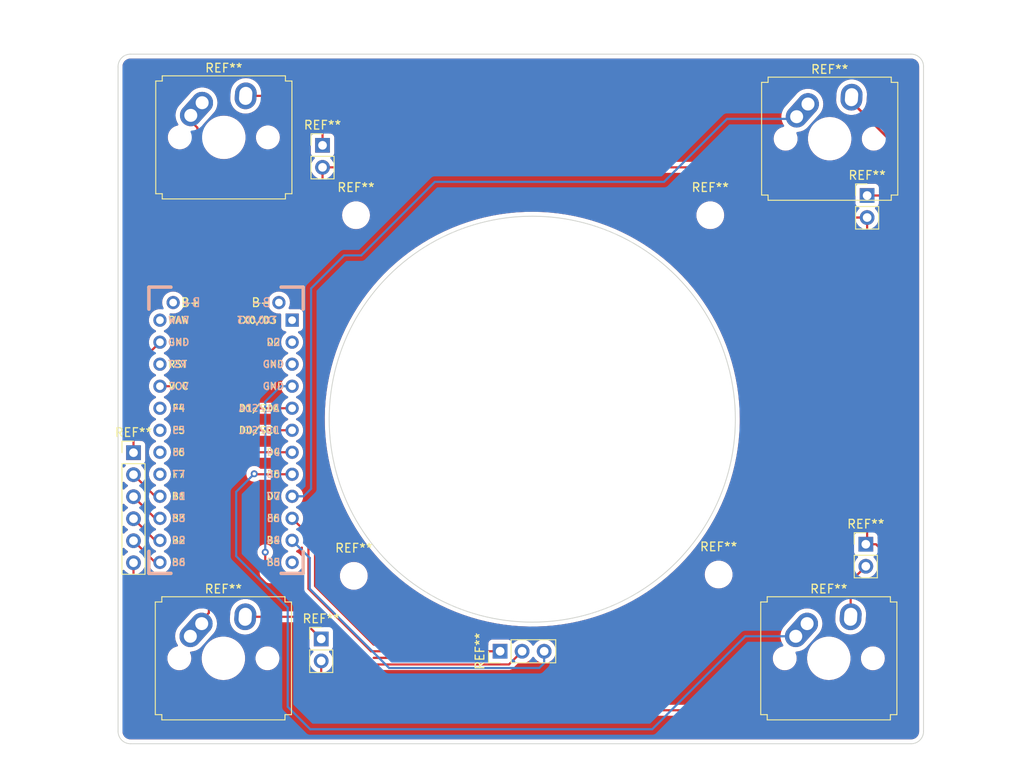
<source format=kicad_pcb>
(kicad_pcb (version 20211014) (generator pcbnew)
  (layers (0 "F.Cu" signal) (31 "B.Cu" signal) (34 "B.Paste" user) (35 "F.Paste" user) (36 "B.SilkS" user "B.Silkscreen") (37 "F.SilkS" user "F.Silkscreen") (38 "B.Mask" user) (39 "F.Mask" user) (44 "Edge.Cuts" user))
  (net 0 "")
  (footprint "Connector_PinHeader_2.54mm:PinHeader_1x06_P2.54mm_Vertical" (layer "F.Cu") (at 73.7616 96.4184)
    (fp_text reference "REF**" (at 0 -2.33) (layer "F.SilkS"))
    (fp_text value "PinHeader_1x06_P2.54mm_Vertical")
    (fp_line (start -1.33 1.27) (end -1.33 14.03) (layer "F.SilkS") (width 0.12))
    (fp_line (start 1.33 1.27) (end 1.33 14.03) (layer "F.SilkS") (width 0.12))
    (fp_line (start -1.33 0) (end -1.33 -1.33) (layer "F.SilkS") (width 0.12))
    (fp_line (start -1.33 -1.33) (end 0 -1.33) (layer "F.SilkS") (width 0.12))
    (fp_line (start -1.33 14.03) (end 1.33 14.03) (layer "F.SilkS") (width 0.12))
    (fp_line (start -1.33 1.27) (end 1.33 1.27) (layer "F.SilkS") (width 0.12))
    (pad "1" thru_hole rect (at 0 0) (size 1.7 1.7) (drill 1) (layers *.Cu *.Mask))
    (pad "2" thru_hole oval (at 0 2.54) (size 1.7 1.7) (drill 1) (layers *.Cu *.Mask))
    (pad "3" thru_hole oval (at 0 5.08) (size 1.7 1.7) (drill 1) (layers *.Cu *.Mask))
    (pad "4" thru_hole oval (at 0 7.62) (size 1.7 1.7) (drill 1) (layers *.Cu *.Mask))
    (pad "5" thru_hole oval (at 0 10.16) (size 1.7 1.7) (drill 1) (layers *.Cu *.Mask))
    (pad "6" thru_hole oval (at 0 12.7) (size 1.7 1.7) (drill 1) (layers *.Cu *.Mask))
  )
  (footprint "MountingHole:MountingHole_2.2mm_M2" (layer "F.Cu") (at 99.4156 69.024127)
    (fp_text reference "REF**" (at 0 -3.2) (layer "F.SilkS"))
    (fp_text value "MountingHole_2.2mm_M2")
    (pad "" np_thru_hole circle (at 0 0) (size 2.2 2.2) (drill 2.2) (layers *.Cu *.Mask))
  )
  (footprint "MountingHole:MountingHole_2.2mm_M2" (layer "F.Cu") (at 141.224 110.476927)
    (fp_text reference "REF**" (at 0 -3.2) (layer "F.SilkS"))
    (fp_text value "MountingHole_2.2mm_M2")
    (pad "" np_thru_hole circle (at 0 0) (size 2.2 2.2) (drill 2.2) (layers *.Cu *.Mask))
  )
  (footprint "switches:SW_Hybrid_Cherry_MX_Alps_1.00u" (layer "F.Cu") (at 84.1756 60.0456)
    (fp_text reference "REF**" (at 0 -8) (layer "F.SilkS"))
    (fp_text value "SW_Hybrid_Cherry_MX_Alps_1.00u")
    (fp_line (start -7.1 -7.1) (end 7.1 -7.1) (layer "F.SilkS") (width 0.12))
    (fp_line (start 7.85 -6.5) (end 7.85 6.5) (layer "F.SilkS") (width 0.12))
    (fp_line (start 7.1 -7.1) (end 7.1 -6.5) (layer "F.SilkS") (width 0.12))
    (fp_line (start -7.85 6.5) (end -7.85 -6.5) (layer "F.SilkS") (width 0.12))
    (fp_line (start -7.1 6.5) (end -7.85 6.5) (layer "F.SilkS") (width 0.12))
    (fp_line (start 7.1 6.5) (end 7.1 7.1) (layer "F.SilkS") (width 0.12))
    (fp_line (start -7.1 7.1) (end -7.1 6.5) (layer "F.SilkS") (width 0.12))
    (fp_line (start 7.1 7.1) (end -7.1 7.1) (layer "F.SilkS") (width 0.12))
    (fp_line (start -7.85 -6.5) (end -7.1 -6.5) (layer "F.SilkS") (width 0.12))
    (fp_line (start 7.1 -6.5) (end 7.85 -6.5) (layer "F.SilkS") (width 0.12))
    (fp_line (start -7.1 -6.5) (end -7.1 -7.1) (layer "F.SilkS") (width 0.12))
    (fp_line (start 7.85 6.5) (end 7.1 6.5) (layer "F.SilkS") (width 0.12))
    (pad "" np_thru_hole circle (at -5.08 0) (size 1.75 1.75) (drill 1.75) (layers *.Cu *.Mask))
    (pad "" np_thru_hole circle (at 5.08 0) (size 1.75 1.75) (drill 1.75) (layers *.Cu *.Mask))
    (pad "" np_thru_hole circle (at 0 0) (size 4 4) (drill 4) (layers *.Cu *.Mask))
    (pad "1" thru_hole oval (at -3.81 -2.54 48) (size 4.46156 2.5) (drill 1.5 (offset 0.980778 0)) (layers *.Cu "B.Mask"))
    (pad "1" thru_hole circle (at -2.5 -4) (size 2.5 2.5) (drill 1.5) (layers *.Cu "B.Mask"))
    (pad "2" thru_hole oval (at 2.52 -4.79 86) (size 3.081378 2.5) (drill oval 2.08137 1.5) (layers *.Cu "B.Mask"))
  )
  (footprint "Connector_PinHeader_2.54mm:PinHeader_1x02_P2.54mm_Vertical" (layer "F.Cu") (at 95.5548 60.96)
    (fp_text reference "REF**" (at 0 -2.33) (layer "F.SilkS"))
    (fp_text value "PinHeader_1x02_P2.54mm_Vertical")
    (fp_line (start -1.33 0) (end -1.33 -1.33) (layer "F.SilkS") (width 0.12))
    (fp_line (start -1.33 1.27) (end -1.33 3.87) (layer "F.SilkS") (width 0.12))
    (fp_line (start -1.33 -1.33) (end 0 -1.33) (layer "F.SilkS") (width 0.12))
    (fp_line (start -1.33 3.87) (end 1.33 3.87) (layer "F.SilkS") (width 0.12))
    (fp_line (start -1.33 1.27) (end 1.33 1.27) (layer "F.SilkS") (width 0.12))
    (fp_line (start 1.33 1.27) (end 1.33 3.87) (layer "F.SilkS") (width 0.12))
    (pad "1" thru_hole rect (at 0 0) (size 1.7 1.7) (drill 1) (layers *.Cu *.Mask))
    (pad "2" thru_hole oval (at 0 2.54) (size 1.7 1.7) (drill 1) (layers *.Cu *.Mask))
  )
  (footprint "Connector_PinHeader_2.54mm:PinHeader_1x03_P2.54mm_Vertical" (layer "F.Cu") (at 116.0272 119.3292 90)
    (fp_text reference "REF**" (at 0 -2.33 90) (layer "F.SilkS"))
    (fp_text value "PinHeader_1x03_P2.54mm_Vertical")
    (fp_line (start -1.33 1.27) (end -1.33 6.41) (layer "F.SilkS") (width 0.12))
    (fp_line (start -1.33 -1.33) (end 0 -1.33) (layer "F.SilkS") (width 0.12))
    (fp_line (start -1.33 6.41) (end 1.33 6.41) (layer "F.SilkS") (width 0.12))
    (fp_line (start 1.33 1.27) (end 1.33 6.41) (layer "F.SilkS") (width 0.12))
    (fp_line (start -1.33 1.27) (end 1.33 1.27) (layer "F.SilkS") (width 0.12))
    (fp_line (start -1.33 0) (end -1.33 -1.33) (layer "F.SilkS") (width 0.12))
    (pad "1" thru_hole rect (at 0 0 90) (size 1.7 1.7) (drill 1) (layers *.Cu *.Mask))
    (pad "2" thru_hole oval (at 0 2.54 90) (size 1.7 1.7) (drill 1) (layers *.Cu *.Mask))
    (pad "3" thru_hole oval (at 0 5.08 90) (size 1.7 1.7) (drill 1) (layers *.Cu *.Mask))
  )
  (footprint "MountingHole:MountingHole_2.2mm_M2" (layer "F.Cu") (at 99.1616 110.629327)
    (fp_text reference "REF**" (at 0 -3.2) (layer "F.SilkS"))
    (fp_text value "MountingHole_2.2mm_M2")
    (pad "" np_thru_hole circle (at 0 0) (size 2.2 2.2) (drill 2.2) (layers *.Cu *.Mask))
  )
  (footprint "Connector_PinHeader_2.54mm:PinHeader_1x02_P2.54mm_Vertical" (layer "F.Cu") (at 158.3436 66.7512)
    (fp_text reference "REF**" (at 0 -2.33) (layer "F.SilkS"))
    (fp_text value "PinHeader_1x02_P2.54mm_Vertical")
    (fp_line (start 1.33 1.27) (end 1.33 3.87) (layer "F.SilkS") (width 0.12))
    (fp_line (start -1.33 1.27) (end -1.33 3.87) (layer "F.SilkS") (width 0.12))
    (fp_line (start -1.33 0) (end -1.33 -1.33) (layer "F.SilkS") (width 0.12))
    (fp_line (start -1.33 -1.33) (end 0 -1.33) (layer "F.SilkS") (width 0.12))
    (fp_line (start -1.33 1.27) (end 1.33 1.27) (layer "F.SilkS") (width 0.12))
    (fp_line (start -1.33 3.87) (end 1.33 3.87) (layer "F.SilkS") (width 0.12))
    (pad "1" thru_hole rect (at 0 0) (size 1.7 1.7) (drill 1) (layers *.Cu *.Mask))
    (pad "2" thru_hole oval (at 0 2.54) (size 1.7 1.7) (drill 1) (layers *.Cu *.Mask))
  )
  (footprint "switches:SW_Hybrid_Cherry_MX_Alps_1.00u" (layer "F.Cu") (at 84.1248 120.142)
    (fp_text reference "REF**" (at 0 -8) (layer "F.SilkS"))
    (fp_text value "SW_Hybrid_Cherry_MX_Alps_1.00u")
    (fp_line (start -7.1 -6.5) (end -7.1 -7.1) (layer "F.SilkS") (width 0.12))
    (fp_line (start 7.1 6.5) (end 7.1 7.1) (layer "F.SilkS") (width 0.12))
    (fp_line (start 7.85 -6.5) (end 7.85 6.5) (layer "F.SilkS") (width 0.12))
    (fp_line (start -7.1 6.5) (end -7.85 6.5) (layer "F.SilkS") (width 0.12))
    (fp_line (start -7.85 -6.5) (end -7.1 -6.5) (layer "F.SilkS") (width 0.12))
    (fp_line (start -7.1 7.1) (end -7.1 6.5) (layer "F.SilkS") (width 0.12))
    (fp_line (start 7.1 -6.5) (end 7.85 -6.5) (layer "F.SilkS") (width 0.12))
    (fp_line (start 7.1 7.1) (end -7.1 7.1) (layer "F.SilkS") (width 0.12))
    (fp_line (start -7.85 6.5) (end -7.85 -6.5) (layer "F.SilkS") (width 0.12))
    (fp_line (start 7.85 6.5) (end 7.1 6.5) (layer "F.SilkS") (width 0.12))
    (fp_line (start 7.1 -7.1) (end 7.1 -6.5) (layer "F.SilkS") (width 0.12))
    (fp_line (start -7.1 -7.1) (end 7.1 -7.1) (layer "F.SilkS") (width 0.12))
    (pad "" np_thru_hole circle (at 5.08 0) (size 1.75 1.75) (drill 1.75) (layers *.Cu *.Mask))
    (pad "" np_thru_hole circle (at 0 0) (size 4 4) (drill 4) (layers *.Cu *.Mask))
    (pad "" np_thru_hole circle (at -5.08 0) (size 1.75 1.75) (drill 1.75) (layers *.Cu *.Mask))
    (pad "1" thru_hole oval (at -3.81 -2.54 48) (size 4.46156 2.5) (drill 1.5 (offset 0.980778 0)) (layers *.Cu "B.Mask"))
    (pad "1" thru_hole circle (at -2.5 -4) (size 2.5 2.5) (drill 1.5) (layers *.Cu "B.Mask"))
    (pad "2" thru_hole oval (at 2.52 -4.79 86) (size 3.081378 2.5) (drill oval 2.08137 1.5) (layers *.Cu "B.Mask"))
  )
  (footprint "MountingHole:MountingHole_2.2mm_M2" (layer "F.Cu") (at 140.2588 69.024127)
    (fp_text reference "REF**" (at 0 -3.2) (layer "F.SilkS"))
    (fp_text value "MountingHole_2.2mm_M2")
    (pad "" np_thru_hole circle (at 0 0) (size 2.2 2.2) (drill 2.2) (layers *.Cu *.Mask))
  )
  (footprint "Connector_PinHeader_2.54mm:PinHeader_1x02_P2.54mm_Vertical" (layer "F.Cu") (at 95.4024 117.9068)
    (fp_text reference "REF**" (at 0 -2.33) (layer "F.SilkS"))
    (fp_text value "PinHeader_1x02_P2.54mm_Vertical")
    (fp_line (start -1.33 0) (end -1.33 -1.33) (layer "F.SilkS") (width 0.12))
    (fp_line (start 1.33 1.27) (end 1.33 3.87) (layer "F.SilkS") (width 0.12))
    (fp_line (start -1.33 -1.33) (end 0 -1.33) (layer "F.SilkS") (width 0.12))
    (fp_line (start -1.33 3.87) (end 1.33 3.87) (layer "F.SilkS") (width 0.12))
    (fp_line (start -1.33 1.27) (end -1.33 3.87) (layer "F.SilkS") (width 0.12))
    (fp_line (start -1.33 1.27) (end 1.33 1.27) (layer "F.SilkS") (width 0.12))
    (pad "1" thru_hole rect (at 0 0) (size 1.7 1.7) (drill 1) (layers *.Cu *.Mask))
    (pad "2" thru_hole oval (at 0 2.54) (size 1.7 1.7) (drill 1) (layers *.Cu *.Mask))
  )
  (footprint "switches:SW_Hybrid_Cherry_MX_Alps_1.00u" (layer "F.Cu") (at 154.0256 60.198)
    (fp_text reference "REF**" (at 0 -8) (layer "F.SilkS"))
    (fp_text value "SW_Hybrid_Cherry_MX_Alps_1.00u")
    (fp_line (start -7.1 6.5) (end -7.85 6.5) (layer "F.SilkS") (width 0.12))
    (fp_line (start 7.1 -6.5) (end 7.85 -6.5) (layer "F.SilkS") (width 0.12))
    (fp_line (start -7.1 7.1) (end -7.1 6.5) (layer "F.SilkS") (width 0.12))
    (fp_line (start -7.85 -6.5) (end -7.1 -6.5) (layer "F.SilkS") (width 0.12))
    (fp_line (start 7.1 -7.1) (end 7.1 -6.5) (layer "F.SilkS") (width 0.12))
    (fp_line (start 7.85 -6.5) (end 7.85 6.5) (layer "F.SilkS") (width 0.12))
    (fp_line (start -7.85 6.5) (end -7.85 -6.5) (layer "F.SilkS") (width 0.12))
    (fp_line (start 7.1 6.5) (end 7.1 7.1) (layer "F.SilkS") (width 0.12))
    (fp_line (start -7.1 -7.1) (end 7.1 -7.1) (layer "F.SilkS") (width 0.12))
    (fp_line (start -7.1 -6.5) (end -7.1 -7.1) (layer "F.SilkS") (width 0.12))
    (fp_line (start 7.85 6.5) (end 7.1 6.5) (layer "F.SilkS") (width 0.12))
    (fp_line (start 7.1 7.1) (end -7.1 7.1) (layer "F.SilkS") (width 0.12))
    (pad "" np_thru_hole circle (at 5.08 0) (size 1.75 1.75) (drill 1.75) (layers *.Cu *.Mask))
    (pad "" np_thru_hole circle (at 0 0) (size 4 4) (drill 4) (layers *.Cu *.Mask))
    (pad "" np_thru_hole circle (at -5.08 0) (size 1.75 1.75) (drill 1.75) (layers *.Cu *.Mask))
    (pad "1" thru_hole circle (at -2.5 -4) (size 2.5 2.5) (drill 1.5) (layers *.Cu "B.Mask"))
    (pad "1" thru_hole oval (at -3.81 -2.54 48) (size 4.46156 2.5) (drill 1.5 (offset 0.980778 0)) (layers *.Cu "B.Mask"))
    (pad "2" thru_hole oval (at 2.52 -4.79 86) (size 3.081378 2.5) (drill oval 2.08137 1.5) (layers *.Cu "B.Mask"))
  )
  (footprint "switches:SW_Hybrid_Cherry_MX_Alps_1.00u" (layer "F.Cu") (at 153.924 120.142)
    (fp_text reference "REF**" (at 0 -8) (layer "F.SilkS"))
    (fp_text value "SW_Hybrid_Cherry_MX_Alps_1.00u")
    (fp_line (start 7.85 6.5) (end 7.1 6.5) (layer "F.SilkS") (width 0.12))
    (fp_line (start 7.1 -7.1) (end 7.1 -6.5) (layer "F.SilkS") (width 0.12))
    (fp_line (start 7.1 6.5) (end 7.1 7.1) (layer "F.SilkS") (width 0.12))
    (fp_line (start -7.1 7.1) (end -7.1 6.5) (layer "F.SilkS") (width 0.12))
    (fp_line (start 7.1 7.1) (end -7.1 7.1) (layer "F.SilkS") (width 0.12))
    (fp_line (start -7.85 6.5) (end -7.85 -6.5) (layer "F.SilkS") (width 0.12))
    (fp_line (start 7.1 -6.5) (end 7.85 -6.5) (layer "F.SilkS") (width 0.12))
    (fp_line (start -7.1 -6.5) (end -7.1 -7.1) (layer "F.SilkS") (width 0.12))
    (fp_line (start 7.85 -6.5) (end 7.85 6.5) (layer "F.SilkS") (width 0.12))
    (fp_line (start -7.1 6.5) (end -7.85 6.5) (layer "F.SilkS") (width 0.12))
    (fp_line (start -7.85 -6.5) (end -7.1 -6.5) (layer "F.SilkS") (width 0.12))
    (fp_line (start -7.1 -7.1) (end 7.1 -7.1) (layer "F.SilkS") (width 0.12))
    (pad "" np_thru_hole circle (at 5.08 0) (size 1.75 1.75) (drill 1.75) (layers *.Cu *.Mask))
    (pad "" np_thru_hole circle (at 0 0) (size 4 4) (drill 4) (layers *.Cu *.Mask))
    (pad "" np_thru_hole circle (at -5.08 0) (size 1.75 1.75) (drill 1.75) (layers *.Cu *.Mask))
    (pad "1" thru_hole circle (at -2.5 -4) (size 2.5 2.5) (drill 1.5) (layers *.Cu "B.Mask"))
    (pad "1" thru_hole oval (at -3.81 -2.54 48) (size 4.46156 2.5) (drill 1.5 (offset 0.980778 0)) (layers *.Cu "B.Mask"))
    (pad "2" thru_hole oval (at 2.52 -4.79 86) (size 3.081378 2.5) (drill oval 2.08137 1.5) (layers *.Cu "B.Mask"))
  )
  (footprint "Connector_PinHeader_2.54mm:PinHeader_1x02_P2.54mm_Vertical" (layer "F.Cu") (at 158.1912 106.9848)
    (fp_text reference "REF**" (at 0 -2.33) (layer "F.SilkS"))
    (fp_text value "PinHeader_1x02_P2.54mm_Vertical")
    (fp_line (start -1.33 1.27) (end 1.33 1.27) (layer "F.SilkS") (width 0.12))
    (fp_line (start -1.33 1.27) (end -1.33 3.87) (layer "F.SilkS") (width 0.12))
    (fp_line (start -1.33 -1.33) (end 0 -1.33) (layer "F.SilkS") (width 0.12))
    (fp_line (start -1.33 0) (end -1.33 -1.33) (layer "F.SilkS") (width 0.12))
    (fp_line (start 1.33 1.27) (end 1.33 3.87) (layer "F.SilkS") (width 0.12))
    (fp_line (start -1.33 3.87) (end 1.33 3.87) (layer "F.SilkS") (width 0.12))
    (pad "1" thru_hole rect (at 0 0) (size 1.7 1.7) (drill 1) (layers *.Cu *.Mask))
    (pad "2" thru_hole oval (at 0 2.54) (size 1.7 1.7) (drill 1) (layers *.Cu *.Mask))
  )
  (footprint "keyboards:ProMicroNiced" (layer "B.Cu") (at 92.0496 81.13315 -90)
    (fp_text reference "U1" hide)
    (fp_text value "ProMicro" hide)
    (fp_text user "D7" (at 20.32 2.159) (layer "B.SilkS") (effects (font (size 0.8 0.8)) (justify mirror)))
    (fp_text user "D1/SDA" (at 10.16 3.81) (layer "B.SilkS") (effects (font (size 0.8 0.8)) (justify mirror)))
    (fp_text user "F7" (at 17.78 13.081) (layer "B.SilkS") (effects (font (size 0.8 0.8)) (justify mirror)))
    (fp_text user "F4" (at 10.16 13.081) (layer "B.SilkS") (effects (font (size 0.8 0.8)) (justify mirror)))
    (fp_text user "GND" (at 5.08 2.159) (layer "B.SilkS") (effects (font (size 0.8 0.8)) (justify mirror)))
    (fp_text user "VCC" (at 7.62 13.081) (layer "B.SilkS") (effects (font (size 0.8 0.8)) (justify mirror)))
    (fp_text user "D0/SCL" (at 12.7 3.81) (layer "B.SilkS") (effects (font (size 0.8 0.8)) (justify mirror)))
    (fp_text user "TX0/D3" (at 0.000001 4.048128) (layer "B.SilkS") (effects (font (size 0.8 0.8)) (justify mirror)))
    (fp_text user "B5" (at 27.94 2.159) (layer "B.SilkS") (effects (font (size 0.8 0.8)) (justify mirror)))
    (fp_text user "D2" (at 2.54 2.159) (layer "B.SilkS") (effects (font (size 0.8 0.8)) (justify mirror)))
    (fp_text user "B1" (at 20.32 13.081) (layer "B.SilkS") (effects (font (size 0.8 0.8)) (justify mirror)))
    (fp_text user "B+" (at -2.032 11.684) (layer "B.SilkS") (effects (justify mirror)))
    (fp_text user "B2" (at 25.4 13.081) (layer "B.SilkS") (effects (font (size 0.8 0.8)) (justify mirror)))
    (fp_text user "E6" (at 22.86 2.159) (layer "B.SilkS") (effects (font (size 0.8 0.8)) (justify mirror)))
    (fp_text user "B6" (at 27.94 13.081) (layer "B.SilkS") (effects (font (size 0.8 0.8)) (justify mirror)))
    (fp_text user "GND" (at 2.54 13.081) (layer "B.SilkS") (effects (font (size 0.8 0.8)) (justify mirror)))
    (fp_text user "RAW" (at 0 13.081) (layer "B.SilkS") (effects (font (size 0.8 0.8)) (justify mirror)))
    (fp_text user "B-" (at -2.032 3.556) (layer "B.SilkS") (effects (justify mirror)))
    (fp_text user "RST" (at 5.08 13.208) (layer "B.SilkS") (effects (font (size 0.8 0.8)) (justify mirror)))
    (fp_text user "C6" (at 17.78 2.159) (layer "B.SilkS") (effects (font (size 0.8 0.8)) (justify mirror)))
    (fp_text user "B3" (at 22.86 13.081) (layer "B.SilkS") (effects (font (size 0.8 0.8)) (justify mirror)))
    (fp_text user "F5" (at 12.7 13.081) (layer "B.SilkS") (effects (font (size 0.8 0.8)) (justify mirror)))
    (fp_text user "F6" (at 15.24 13.081) (layer "B.SilkS") (effects (font (size 0.8 0.8)) (justify mirror)))
    (fp_text user "B4" (at 25.400001 2.159) (layer "B.SilkS") (effects (font (size 0.8 0.8)) (justify mirror)))
    (fp_text user "GND" (at 7.62 2.159) (layer "B.SilkS") (effects (font (size 0.8 0.8)) (justify mirror)))
    (fp_text user "D4" (at 15.24 2.159) (layer "B.SilkS") (effects (font (size 0.8 0.8)) (justify mirror)))
    (fp_text user "F5" (at 12.7 13.081) (layer "F.SilkS") (effects (font (size 0.8 0.8))))
    (fp_text user "B2" (at 25.4 13.081) (layer "F.SilkS") (effects (font (size 0.8 0.8))))
    (fp_text user "B3" (at 22.86 13.081) (layer "F.SilkS") (effects (font (size 0.8 0.8))))
    (fp_text user "D0/SCL" (at 12.7 3.81) (layer "F.SilkS") (effects (font (size 0.8 0.8))))
    (fp_text user "D1/SDA" (at 10.16 3.81) (layer "F.SilkS") (effects (font (size 0.8 0.8))))
    (fp_text user "B5" (at 27.94 2.159) (layer "F.SilkS") (effects (font (size 0.8 0.8))))
    (fp_text user "B4" (at 25.400001 2.159) (layer "F.SilkS") (effects (font (size 0.8 0.8))))
    (fp_text user "C6" (at 17.78 2.159) (layer "F.SilkS") (effects (font (size 0.8 0.8))))
    (fp_text user "RAW" (at 0 13.081) (layer "F.SilkS") (effects (font (size 0.8 0.8))))
    (fp_text user "RST" (at 5.08 13.208) (layer "F.SilkS") (effects (font (size 0.8 0.8))))
    (fp_text user "GND" (at 2.539999 13.081) (layer "F.SilkS") (effects (font (size 0.8 0.8))))
    (fp_text user "D2" (at 2.54 2.159) (layer "F.SilkS") (effects (font (size 0.8 0.8))))
    (fp_text user "GND" (at 5.08 2.159) (layer "F.SilkS") (effects (font (size 0.8 0.8))))
    (fp_text user "F4" (at 10.16 13.081) (layer "F.SilkS") (effects (font (size 0.8 0.8))))
    (fp_text user "B1" (at 20.32 13.081) (layer "F.SilkS") (effects (font (size 0.8 0.8))))
    (fp_text user "B+" (at -2.032 11.684) (layer "F.SilkS"))
    (fp_text user "GND" (at 7.62 2.159) (layer "F.SilkS") (effects (font (size 0.8 0.8))))
    (fp_text user "B6" (at 27.94 13.081) (layer "F.SilkS") (effects (font (size 0.8 0.8))))
    (fp_text user "F6" (at 15.24 13.081) (layer "F.SilkS") (effects (font (size 0.8 0.8))))
    (fp_text user "D7" (at 20.32 2.159) (layer "F.SilkS") (effects (font (size 0.8 0.8))))
    (fp_text user "TX0/D3" (at 0.000001 4.048128) (layer "F.SilkS") (effects (font (size 0.8 0.8))))
    (fp_text user "B-" (at -2.032 3.556) (layer "F.SilkS"))
    (fp_text user "E6" (at 22.86 2.159) (layer "F.SilkS") (effects (font (size 0.8 0.8))))
    (fp_text user "VCC" (at 7.62 13.081) (layer "F.SilkS") (effects (font (size 0.8 0.8))))
    (fp_text user "D4" (at 15.24 2.159) (layer "F.SilkS") (effects (font (size 0.8 0.8))))
    (fp_text user "F7" (at 17.78 13.081) (layer "F.SilkS") (effects (font (size 0.8 0.8))))
    (fp_line (start -3.81 1.27) (end -3.81 -1.27) (layer "B.SilkS") (width 0.381))
    (fp_line (start 29.21 1.27) (end 29.21 -1.27) (layer "B.SilkS") (width 0.381))
    (fp_line (start -3.81 16.51) (end -3.81 13.97) (layer "B.SilkS") (width 0.381))
    (fp_line (start 29.21 -1.27) (end 26.67 -1.27) (layer "B.SilkS") (width 0.381))
    (fp_line (start 29.21 16.51) (end 26.67 16.51) (layer "B.SilkS") (width 0.381))
    (fp_line (start -3.81 -1.27) (end -1.27 -1.27) (layer "B.SilkS") (width 0.381))
    (fp_line (start 29.21 16.51) (end 29.21 13.97) (layer "B.SilkS") (width 0.381))
    (fp_line (start -1.27 16.51) (end -3.81 16.51) (layer "B.SilkS") (width 0.381))
    (fp_line (start 29.21 16.51) (end 26.67 16.51) (layer "F.SilkS") (width 0.381))
    (fp_line (start -1.27 16.51) (end -3.81 16.51) (layer "F.SilkS") (width 0.381))
    (fp_line (start -3.81 16.51) (end -3.81 13.97) (layer "F.SilkS") (width 0.381))
    (fp_line (start 29.21 16.51) (end 29.21 13.97) (layer "F.SilkS") (width 0.381))
    (fp_line (start -1.27 -1.27) (end -3.81 -1.27) (layer "F.SilkS") (width 0.381))
    (fp_line (start -3.81 1.27) (end -3.81 -1.27) (layer "F.SilkS") (width 0.381))
    (fp_line (start 29.21 1.27) (end 29.21 -1.27) (layer "F.SilkS") (width 0.381))
    (fp_line (start 29.21 -1.27) (end 26.67 -1.27) (layer "F.SilkS") (width 0.381))
    (pad "0" thru_hole circle (at -2.032 1.524 270) (size 1.524 1.524) (drill 0.889) (layers *.Cu *.Mask))
    (pad "1" thru_hole rect (at 0 0 270) (size 1.524 1.524) (drill 0.889) (layers *.Cu *.Mask))
    (pad "2" thru_hole circle (at 2.54 0 270) (size 1.524 1.524) (drill 0.889) (layers *.Cu *.Mask))
    (pad "3" thru_hole circle (at 5.08 0 270) (size 1.524 1.524) (drill 0.889) (layers *.Cu *.Mask))
    (pad "4" thru_hole circle (at 7.62 0 270) (size 1.524 1.524) (drill 0.889) (layers *.Cu *.Mask))
    (pad "5" thru_hole circle (at 10.16 0 270) (size 1.524 1.524) (drill 0.889) (layers *.Cu *.Mask))
    (pad "6" thru_hole circle (at 12.7 0 270) (size 1.524 1.524) (drill 0.889) (layers *.Cu *.Mask))
    (pad "7" thru_hole circle (at 15.24 0 270) (size 1.524 1.524) (drill 0.889) (layers *.Cu *.Mask))
    (pad "8" thru_hole circle (at 17.78 0 270) (size 1.524 1.524) (drill 0.889) (layers *.Cu *.Mask))
    (pad "9" thru_hole circle (at 20.32 0 270) (size 1.524 1.524) (drill 0.889) (layers *.Cu *.Mask))
    (pad "10" thru_hole circle (at 22.86 0 270) (size 1.524 1.524) (drill 0.889) (layers *.Cu *.Mask))
    (pad "11" thru_hole circle (at 25.4 0 270) (size 1.524 1.524) (drill 0.889) (layers *.Cu *.Mask))
    (pad "12" thru_hole circle (at 27.94 0 270) (size 1.524 1.524) (drill 0.889) (layers *.Cu *.Mask))
    (pad "13" thru_hole circle (at 27.94 15.24 270) (size 1.524 1.524) (drill 0.889) (layers *.Cu *.Mask))
    (pad "14" thru_hole circle (at 25.4 15.24 270) (size 1.524 1.524) (drill 0.889) (layers *.Cu *.Mask))
    (pad "15" thru_hole circle (at 22.86 15.24 270) (size 1.524 1.524) (drill 0.889) (layers *.Cu *.Mask))
    (pad "16" thru_hole circle (at 20.32 15.24 270) (size 1.524 1.524) (drill 0.889) (layers *.Cu *.Mask))
    (pad "17" thru_hole circle (at 17.78 15.24 270) (size 1.524 1.524) (drill 0.889) (layers *.Cu *.Mask))
    (pad "18" thru_hole circle (at 15.24 15.24 270) (size 1.524 1.524) (drill 0.889) (layers *.Cu *.Mask))
    (pad "19" thru_hole circle (at 12.7 15.24 270) (size 1.524 1.524) (drill 0.889) (layers *.Cu *.Mask))
    (pad "20" thru_hole circle (at 10.16 15.24 270) (size 1.524 1.524) (drill 0.889) (layers *.Cu *.Mask))
    (pad "21" thru_hole circle (at 7.62 15.24 270) (size 1.524 1.524) (drill 0.889) (layers *.Cu *.Mask))
    (pad "22" thru_hole circle (at 5.08 15.24 270) (size 1.524 1.524) (drill 0.889) (layers *.Cu *.Mask))
    (pad "23" thru_hole circle (at 2.54 15.24 270) (size 1.524 1.524) (drill 0.889) (layers *.Cu *.Mask))
    (pad "24" thru_hole circle (at 0 15.24 270) (size 1.524 1.524) (drill 0.889) (layers *.Cu *.Mask))
    (pad "25" thru_hole circle (at -2.032 13.716 270) (size 1.524 1.524) (drill 0.889) (layers *.Cu *.Mask))
  )
  (gr_line (start 71.9836 128.54909) (end 71.9836 51.89251) (layer "Edge.Cuts") (width 0.1))
  (gr_arc (start 71.9836 51.89251) (mid 72.400429 50.861229) (end 73.43171 50.4444) (layer "Edge.Cuts") (width 0.1))
  (gr_arc (start 73.43171 129.9972) (mid 72.400429 129.580371) (end 71.9836 128.54909) (layer "Edge.Cuts") (width 0.1))
  (gr_line (start 163.39789 129.9972) (end 73.43171 129.9972) (layer "Edge.Cuts") (width 0.1))
  (gr_arc (start 164.846 128.54909) (mid 164.42917 129.58037) (end 163.39789 129.9972) (layer "Edge.Cuts") (width 0.1))
  (gr_circle (center 119.7356 92.55417) (end 136.0932 109.308527) (layer "Edge.Cuts") (width 0.1) (fill none))
  (gr_arc (start 163.39789 50.4444) (mid 164.42917 50.86123) (end 164.846 51.89251) (layer "Edge.Cuts") (width 0.1))
  (gr_line (start 73.43171 50.4444) (end 163.39789 50.4444) (layer "Edge.Cuts") (width 0.1))
  (gr_line (start 164.846 51.89251) (end 164.846 128.54909) (layer "Edge.Cuts") (width 0.1))
  (segment (start 78.33915 88.75315) (end 76.8096 88.75315) (width 0.25) (layer "F.Cu") (net 0))
  (segment (start 148.2344 63.5) (end 154.0256 69.2912) (width 0.25) (layer "F.Cu") (net 0))
  (segment (start 156.5456 55.9616) (end 161.4424 60.8584) (width 0.25) (layer "F.Cu") (net 0))
  (segment (start 81.1276 58.928) (end 80.3656 58.166) (width 0.25) (layer "F.Cu") (net 0))
  (segment (start 82.4484 114.9096) (end 82.4484 112.3912) (width 0.25) (layer "F.Cu") (net 0))
  (segment (start 161.4424 65.0748) (end 159.766 66.7512) (width 0.25) (layer "F.Cu") (net 0))
  (segment (start 81.1276 63.0428) (end 81.1276 66.4464) (width 0.25) (layer "F.Cu") (net 0))
  (segment (start 93.9292 105.87275) (end 93.9292 112.1156) (width 0.25) (layer "F.Cu") (net 0))
  (segment (start 158.3436 69.2912) (end 158.3436 106.8324) (width 0.25) (layer "F.Cu") (net 0))
  (segment (start 159.766 66.7512) (end 158.3436 66.7512) (width 0.25) (layer "F.Cu") (net 0))
  (segment (start 87.73715 98.91315) (end 92.0496 98.91315) (width 0.25) (layer "F.Cu") (net 0))
  (segment (start 95.5548 63.5) (end 95.5548 68.7324) (width 0.25) (layer "F.Cu") (net 0))
  (segment (start 73.7616 111.252) (end 74.7776 112.268) (width 0.25) (layer "F.Cu") (net 0))
  (segment (start 161.4424 60.8584) (end 161.4424 65.0748) (width 0.25) (layer "F.Cu") (net 0))
  (segment (start 73.7616 98.9584) (end 76.25635 101.45315) (width 0.25) (layer "F.Cu") (net 0))
  (segment (start 92.8476 115.352) (end 95.4024 117.9068) (width 0.25) (layer "F.Cu") (net 0))
  (segment (start 87.01485 96.37315) (end 82.3868 101.0012) (width 0.25) (layer "F.Cu") (net 0))
  (segment (start 84.9884 79.2988) (end 84.9884 88.5444) (width 0.25) (layer "F.Cu") (net 0))
  (segment (start 156.444 111.272) (end 158.1912 109.5248) (width 0.25) (layer "F.Cu") (net 0))
  (segment (start 88.9508 107.8992) (end 88.9508 110.3376) (width 0.25) (layer "F.Cu") (net 0))
  (segment (start 73.7616 86.72115) (end 76.8096 83.67315) (width 0.25) (layer "F.Cu") (net 0))
  (segment (start 76.25635 103.99315) (end 76.8096 103.99315) (width 0.25) (layer "F.Cu") (net 0))
  (segment (start 95.5548 68.7324) (end 84.9884 79.2988) (width 0.25) (layer "F.Cu") (net 0))
  (segment (start 80.518 110.7948) (end 80.518 90.932) (width 0.25) (layer "F.Cu") (net 0))
  (segment (start 162.4584 117.856) (end 162.4584 110.0836) (width 0.25) (layer "F.Cu") (net 0))
  (segment (start 92.3544 110.8456) (end 89.4588 110.8456) (width 0.25) (layer "F.Cu") (net 0))
  (segment (start 74.7776 112.268) (end 79.0448 112.268) (width 0.25) (layer "F.Cu") (net 0))
  (segment (start 162.4584 119.7864) (end 162.4584 117.856) (width 0.25) (layer "F.Cu") (net 0))
  (segment (start 92.0496 96.37315) (end 87.01485 96.37315) (width 0.25) (layer "F.Cu") (net 0))
  (segment (start 156.2968 55.662) (end 161.4424 60.8076) (width 0.25) (layer "F.Cu") (net 0))
  (segment (start 82.3868 101.0012) (end 82.3868 112.3296) (width 0.25) (layer "F.Cu") (net 0))
  (segment (start 92.8624 112.5728) (end 92.8624 111.3536) (width 0.25) (layer "F.Cu") (net 0))
  (segment (start 95.5548 63.5) (end 148.2344 63.5) (width 0.25) (layer "F.Cu") (net 0))
  (segment (start 96.52 126.1364) (end 134.0104 126.1364) (width 0.25) (layer "F.Cu") (net 0))
  (segment (start 80.518 90.932) (end 78.33915 88.75315) (width 0.25) (layer "F.Cu") (net 0))
  (segment (start 92.0496 103.99315) (end 93.9292 105.87275) (width 0.25) (layer "F.Cu") (net 0))
  (segment (start 73.7616 109.1184) (end 73.7616 111.252) (width 0.25) (layer "F.Cu") (net 0))
  (segment (start 101.1428 119.3292) (end 116.0272 119.3292) (width 0.25) (layer "F.Cu") (net 0))
  (segment (start 76.25635 109.07315) (end 76.8096 109.07315) (width 0.25) (layer "F.Cu") (net 0))
  (segment (start 88.9508 110.3376) (end 89.4588 110.8456) (width 0.25) (layer "F.Cu") (net 0))
  (segment (start 117.0432 120.8532) (end 101.1428 120.8532) (width 0.25) (layer "F.Cu") (net 0))
  (segment (start 73.7616 96.4184) (end 73.7616 86.72115) (width 0.25) (layer "F.Cu") (net 0))
  (segment (start 159.3596 106.9848) (end 158.1912 106.9848) (width 0.25) (layer "F.Cu") (net 0))
  (segment (start 92.238 55.2556) (end 86.6956 55.2556) (width 0.25) (layer "F.Cu") (net 0))
  (segment (start 76.25635 106.53315) (end 76.8096 106.53315) (width 0.25) (layer "F.Cu") (net 0))
  (segment (start 134.0104 126.1364) (end 156.1084 126.1364) (width 0.25) (layer "F.Cu") (net 0))
  (segment (start 79.0448 112.268) (end 80.518 110.7948) (width 0.25) (layer "F.Cu") (net 0))
  (segment (start 101.1428 120.8532) (end 92.8624 112.5728) (width 0.25) (layer "F.Cu") (net 0))
  (segment (start 154.0256 69.2912) (end 158.3436 69.2912) (width 0.25) (layer "F.Cu") (net 0))
  (segment (start 158.3436 106.8324) (end 158.1912 106.9848) (width 0.25) (layer "F.Cu") (net 0))
  (segment (start 87.73715 91.29315) (end 92.0496 91.29315) (width 0.25) (layer "F.Cu") (net 0))
  (segment (start 87.6808 98.8568) (end 87.73715 98.91315) (width 0.25) (layer "F.Cu") (net 0))
  (segment (start 162.4584 110.0836) (end 159.3596 106.9848) (width 0.25) (layer "F.Cu") (net 0))
  (segment (start 88.09275 93.83315) (end 92.0496 93.83315) (width 0.25) (layer "F.Cu") (net 0))
  (segment (start 156.5456 55.408) (end 156.5456 55.9616) (width 0.25) (layer "F.Cu") (net 0))
  (segment (start 92.8624 111.3536) (end 92.3544 110.8456) (width 0.25) (layer "F.Cu") (net 0))
  (segment (start 93.9292 112.1156) (end 101.1428 119.3292) (width 0.25) (layer "F.Cu") (net 0))
  (segment (start 95.4024 125.0188) (end 96.52 126.1364) (width 0.25) (layer "F.Cu") (net 0))
  (segment (start 156.1084 126.1364) (end 162.4584 119.7864) (width 0.25) (layer "F.Cu") (net 0))
  (segment (start 81.1276 63.0428) (end 81.1276 58.928) (width 0.25) (layer "F.Cu") (net 0))
  (segment (start 162.4584 118.8212) (end 162.4584 117.856) (width 0.25) (layer "F.Cu") (net 0))
  (segment (start 81.1276 66.4464) (end 81.1276 86.868) (width 0.25) (layer "F.Cu") (net 0))
  (segment (start 95.5548 60.96) (end 95.5548 58.5724) (width 0.25) (layer "F.Cu") (net 0))
  (segment (start 156.444 115.352) (end 156.444 111.272) (width 0.25) (layer "F.Cu") (net 0))
  (segment (start 73.7616 106.5784) (end 76.25635 109.07315) (width 0.25) (layer "F.Cu") (net 0))
  (segment (start 95.4024 120.4468) (end 95.4024 125.0188) (width 0.25) (layer "F.Cu") (net 0))
  (segment (start 81.1276 86.868) (end 88.09275 93.83315) (width 0.25) (layer "F.Cu") (net 0))
  (segment (start 81.6248 116.142) (end 81.6248 115.7332) (width 0.25) (layer "F.Cu") (net 0))
  (segment (start 118.5672 119.3292) (end 117.0432 120.8532) (width 0.25) (layer "F.Cu") (net 0))
  (segment (start 84.9884 88.5444) (end 87.73715 91.29315) (width 0.25) (layer "F.Cu") (net 0))
  (segment (start 80.3656 58.166) (end 80.3656 57.5056) (width 0.25) (layer "F.Cu") (net 0))
  (segment (start 95.5548 58.5724) (end 92.238 55.2556) (width 0.25) (layer "F.Cu") (net 0))
  (segment (start 73.7616 101.4984) (end 76.25635 103.99315) (width 0.25) (layer "F.Cu") (net 0))
  (segment (start 73.7616 104.0384) (end 76.25635 106.53315) (width 0.25) (layer "F.Cu") (net 0))
  (segment (start 82.3868 112.3296) (end 82.3868 113.602) (width 0.25) (layer "F.Cu") (net 0))
  (segment (start 161.4424 60.8076) (end 161.4424 60.8584) (width 0.25) (layer "F.Cu") (net 0))
  (segment (start 86.6448 115.352) (end 92.8476 115.352) (width 0.25) (layer "F.Cu") (net 0))
  (segment (start 81.6248 115.7332) (end 82.4484 114.9096) (width 0.25) (layer "F.Cu") (net 0))
  (segment (start 82.4484 112.3912) (end 82.3868 112.3296) (width 0.25) (layer "F.Cu") (net 0))
  (segment (start 76.25635 101.45315) (end 76.8096 101.45315) (width 0.25) (layer "F.Cu") (net 0))
  (via (at 88.9508 107.8992) (size 0.8) (drill 0.4) (layers "F.Cu" "B.Cu") (net 0))
  (via (at 87.6808 98.8568) (size 0.8) (drill 0.4) (layers "F.Cu" "B.Cu") (net 0))
  (segment (start 94.0816 112.1156) (end 103.2256 121.2596) (width 0.25) (layer "B.Cu") (net 0))
  (segment (start 94.07605 108.5596) (end 94.0816 108.5596) (width 0.25) (layer "B.Cu") (net 0))
  (segment (start 98.044 73.66) (end 100.0252 73.66) (width 0.25) (layer "B.Cu") (net 0))
  (segment (start 142.1892 57.912) (end 149.9616 57.912) (width 0.25) (layer "B.Cu") (net 0))
  (segment (start 121.1072 120.7008) (end 121.1072 119.3292) (width 0.25) (layer "B.Cu") (net 0))
  (segment (start 88.9508 107.8992) (end 88.9508 90.5256) (width 0.25) (layer "B.Cu") (net 0))
  (segment (start 88.9508 90.5256) (end 90.72325 88.75315) (width 0.25) (layer "B.Cu") (net 0))
  (segment (start 94.234 77.47) (end 98.044 73.66) (width 0.25) (layer "B.Cu") (net 0))
  (segment (start 91.5416 125.73) (end 94.1324 128.3208) (width 0.25) (layer "B.Cu") (net 0))
  (segment (start 93.36485 101.45315) (end 94.234 100.584) (width 0.25) (layer "B.Cu") (net 0))
  (segment (start 149.9616 57.912) (end 150.2156 57.658) (width 0.25) (layer "B.Cu") (net 0))
  (segment (start 87.6808 98.8568) (end 85.598 100.9396) (width 0.25) (layer "B.Cu") (net 0))
  (segment (start 94.234 100.584) (end 94.234 77.47) (width 0.25) (layer "B.Cu") (net 0))
  (segment (start 90.72325 88.75315) (end 92.0496 88.75315) (width 0.25) (layer "B.Cu") (net 0))
  (segment (start 108.5088 65.1764) (end 134.9248 65.1764) (width 0.25) (layer "B.Cu") (net 0))
  (segment (start 133.573648 128.3208) (end 144.292448 117.602) (width 0.25) (layer "B.Cu") (net 0))
  (segment (start 94.0816 108.5596) (end 94.0816 112.1156) (width 0.25) (layer "B.Cu") (net 0))
  (segment (start 85.598 108.3564) (end 91.5416 114.3) (width 0.25) (layer "B.Cu") (net 0))
  (segment (start 92.0496 101.45315) (end 93.36485 101.45315) (width 0.25) (layer "B.Cu") (net 0))
  (segment (start 144.292448 117.602) (end 150.114 117.602) (width 0.25) (layer "B.Cu") (net 0))
  (segment (start 92.0496 106.53315) (end 94.07605 108.5596) (width 0.25) (layer "B.Cu") (net 0))
  (segment (start 94.1324 128.3208) (end 133.573648 128.3208) (width 0.25) (layer "B.Cu") (net 0))
  (segment (start 91.5416 114.3) (end 91.5416 125.73) (width 0.25) (layer "B.Cu") (net 0))
  (segment (start 85.598 100.9396) (end 85.598 108.3564) (width 0.25) (layer "B.Cu") (net 0))
  (segment (start 134.9248 65.1764) (end 142.1892 57.912) (width 0.25) (layer "B.Cu") (net 0))
  (segment (start 100.0252 73.66) (end 108.5088 65.1764) (width 0.25) (layer "B.Cu") (net 0))
  (segment (start 103.2256 121.2596) (end 120.5484 121.2596) (width 0.25) (layer "B.Cu") (net 0))
  (segment (start 120.5484 121.2596) (end 121.1072 120.7008) (width 0.25) (layer "B.Cu") (net 0))
  (zone (net 0) (net_name "") (layer "F.Cu") (connect_pads (clearance 0.508)) (min_thickness 0.254) (fill yes (thermal_gap 0.508) (thermal_bridge_width 0.508))
    (polygon (pts (xy 172.212 46.4312) (xy 173.7868 133.604) (xy 60.198 133.5024) (xy 63.6016 44.958)))
  )
  (zone (net 0) (net_name "") (layer "B.Cu") (connect_pads (clearance 0.508)) (min_thickness 0.254) (fill yes (thermal_gap 0.508) (thermal_bridge_width 0.508))
    (polygon (pts (xy 173.228 44.958) (xy 176.4284 134.4168) (xy 58.3692 133.5024) (xy 62.8904 44.196)))
  )
)
</source>
